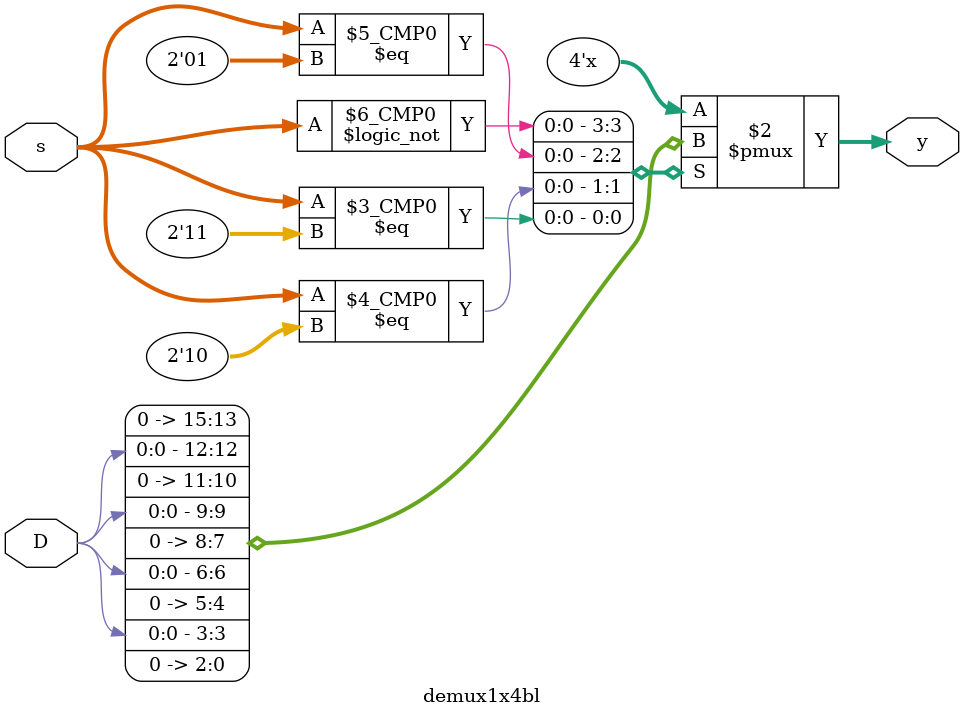
<source format=v>
module demux1x4bl(y,D,s);
	output reg[3:0]y;
	input D;
	input[1:0]s;
always@(*)begin
	case(s)
	2'b00:y={3'b0,D};
	2'b01:y={2'b0,D,1'b0};
	2'b10:y={1'b0,D,2'b0};
	2'b11:y={D,3'b0};
	endcase
end
endmodule

</source>
